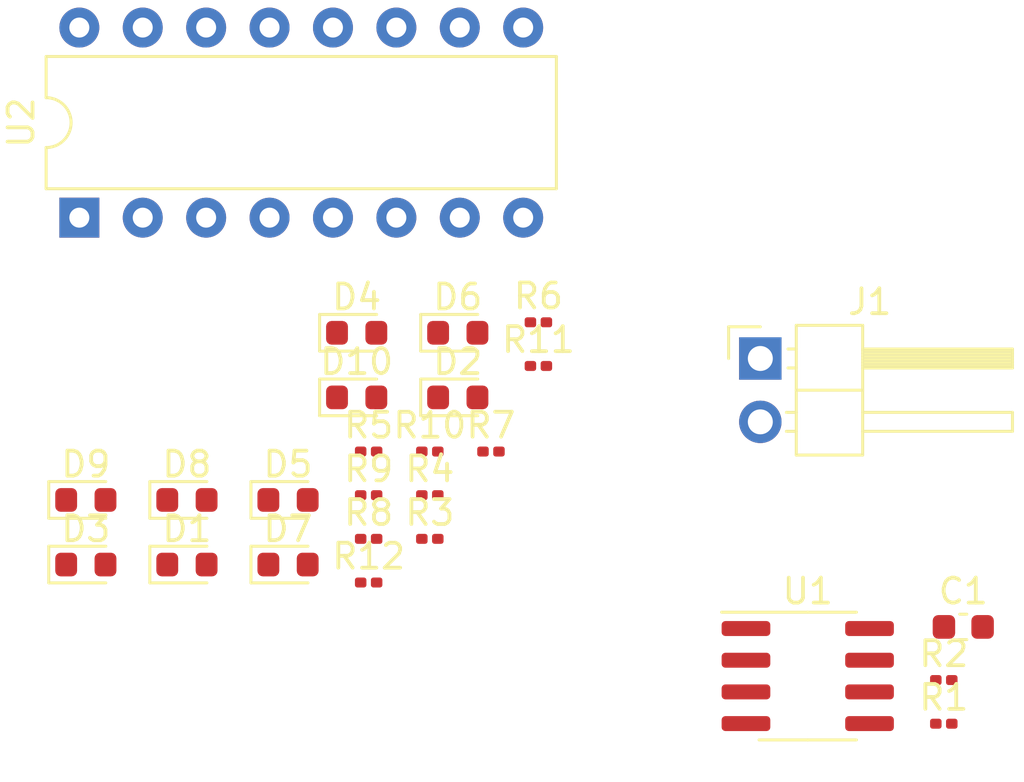
<source format=kicad_pcb>
(kicad_pcb (version 20211014) (generator pcbnew)
  (layers (0 "F.Cu" signal) (31 "B.Cu" signal) (34 "B.Paste" user) (35 "F.Paste" user) (36 "B.SilkS" user "B.Silkscreen") (37 "F.SilkS" user "F.Silkscreen") (38 "B.Mask" user) (39 "F.Mask" user) (44 "Edge.Cuts" user))
  (net 0 "")
  (net 1 "/NE555/CAP")
  (net 2 "GND")
  (net 3 "Net-(D1-Pad2)")
  (net 4 "Net-(D2-Pad2)")
  (net 5 "Net-(D3-Pad2)")
  (net 6 "Net-(D4-Pad2)")
  (net 7 "Net-(D5-Pad2)")
  (net 8 "Net-(D6-Pad2)")
  (net 9 "Net-(D7-Pad2)")
  (net 10 "Net-(D8-Pad2)")
  (net 11 "Net-(D9-Pad2)")
  (net 12 "Net-(D10-Pad2)")
  (net 13 "+5V")
  (net 14 "Net-(R1-Pad2)")
  (net 15 "Net-(R3-Pad1)")
  (net 16 "Net-(R4-Pad1)")
  (net 17 "Net-(R5-Pad1)")
  (net 18 "Net-(R6-Pad1)")
  (net 19 "Net-(R7-Pad1)")
  (net 20 "Net-(R8-Pad1)")
  (net 21 "Net-(R9-Pad1)")
  (net 22 "Net-(R10-Pad1)")
  (net 23 "Net-(R11-Pad1)")
  (net 24 "Net-(R12-Pad1)")
  (net 25 "/4017/CLK")
  (footprint "LED_SMD:LED_0603_1608Metric" (layer "F.Cu") (at 133.705 93.345)
    (fp_text reference "D3" (at 0 -1.43) (layer "F.SilkS"))
    (fp_text value "LED")
    (fp_line (start -1.485 0.735) (end 0.8 0.735) (layer "F.SilkS") (width 0.12))
    (fp_line (start -1.485 -0.735) (end -1.485 0.735) (layer "F.SilkS") (width 0.12))
    (fp_line (start 0.8 -0.735) (end -1.485 -0.735) (layer "F.SilkS") (width 0.12))
    (pad "1" smd roundrect (at -0.7875 0) (size 0.875 0.95) (layers "F.Cu" "F.Paste" "F.Mask") (net 2 "GND"))
    (pad "2" smd roundrect (at 0.7875 0) (size 0.875 0.95) (layers "F.Cu" "F.Paste" "F.Mask") (net 5 "Net-(D3-Pad2)"))
  )
  (footprint "LED_SMD:LED_0603_1608Metric" (layer "F.Cu") (at 141.805 90.755)
    (fp_text reference "D5" (at 0 -1.43) (layer "F.SilkS"))
    (fp_text value "LED")
    (fp_line (start -1.485 0.735) (end 0.8 0.735) (layer "F.SilkS") (width 0.12))
    (fp_line (start 0.8 -0.735) (end -1.485 -0.735) (layer "F.SilkS") (width 0.12))
    (fp_line (start -1.485 -0.735) (end -1.485 0.735) (layer "F.SilkS") (width 0.12))
    (pad "1" smd roundrect (at -0.7875 0) (size 0.875 0.95) (layers "F.Cu" "F.Paste" "F.Mask") (net 2 "GND"))
    (pad "2" smd roundrect (at 0.7875 0) (size 0.875 0.95) (layers "F.Cu" "F.Paste" "F.Mask") (net 7 "Net-(D5-Pad2)"))
  )
  (footprint "Resistor_SMD:R_0201_0603Metric" (layer "F.Cu") (at 147.485 90.565)
    (fp_text reference "R4" (at 0 -1.05) (layer "F.SilkS"))
    (fp_text value "300")
    (pad "1" smd roundrect (at -0.32 0) (size 0.46 0.4) (layers "F.Cu" "F.Mask") (net 16 "Net-(R4-Pad1)"))
    (pad "2" smd roundrect (at 0.32 0) (size 0.46 0.4) (layers "F.Cu" "F.Mask") (net 4 "Net-(D2-Pad2)"))
  )
  (footprint "LED_SMD:LED_0603_1608Metric" (layer "F.Cu") (at 137.755 90.755)
    (fp_text reference "D8" (at 0 -1.43) (layer "F.SilkS"))
    (fp_text value "LED")
    (fp_line (start -1.485 0.735) (end 0.8 0.735) (layer "F.SilkS") (width 0.12))
    (fp_line (start -1.485 -0.735) (end -1.485 0.735) (layer "F.SilkS") (width 0.12))
    (fp_line (start 0.8 -0.735) (end -1.485 -0.735) (layer "F.SilkS") (width 0.12))
    (pad "1" smd roundrect (at -0.7875 0) (size 0.875 0.95) (layers "F.Cu" "F.Paste" "F.Mask") (net 2 "GND"))
    (pad "2" smd roundrect (at 0.7875 0) (size 0.875 0.95) (layers "F.Cu" "F.Paste" "F.Mask") (net 10 "Net-(D8-Pad2)"))
  )
  (footprint "LED_SMD:LED_0603_1608Metric" (layer "F.Cu") (at 148.605 86.645)
    (fp_text reference "D2" (at 0 -1.43) (layer "F.SilkS"))
    (fp_text value "LED")
    (fp_line (start -1.485 -0.735) (end -1.485 0.735) (layer "F.SilkS") (width 0.12))
    (fp_line (start 0.8 -0.735) (end -1.485 -0.735) (layer "F.SilkS") (width 0.12))
    (fp_line (start -1.485 0.735) (end 0.8 0.735) (layer "F.SilkS") (width 0.12))
    (pad "1" smd roundrect (at -0.7875 0) (size 0.875 0.95) (layers "F.Cu" "F.Paste" "F.Mask") (net 2 "GND"))
    (pad "2" smd roundrect (at 0.7875 0) (size 0.875 0.95) (layers "F.Cu" "F.Paste" "F.Mask") (net 4 "Net-(D2-Pad2)"))
  )
  (footprint "Capacitor_SMD:C_0603_1608Metric" (layer "F.Cu") (at 168.855 95.845)
    (fp_text reference "C1" (at 0 -1.43) (layer "F.SilkS"))
    (fp_text value "C")
    (fp_line (start -0.14058 -0.51) (end 0.14058 -0.51) (layer "F.SilkS") (width 0.12))
    (fp_line (start -0.14058 0.51) (end 0.14058 0.51) (layer "F.SilkS") (width 0.12))
    (pad "1" smd roundrect (at -0.775 0) (size 0.9 0.95) (layers "F.Cu" "F.Paste" "F.Mask") (net 1 "/NE555/CAP"))
    (pad "2" smd roundrect (at 0.775 0) (size 0.9 0.95) (layers "F.Cu" "F.Paste" "F.Mask") (net 2 "GND"))
  )
  (footprint "Resistor_SMD:R_0201_0603Metric" (layer "F.Cu") (at 168.075 97.975)
    (fp_text reference "R2" (at 0 -1.05) (layer "F.SilkS"))
    (fp_text value "1k")
    (pad "1" smd roundrect (at -0.32 0) (size 0.46 0.4) (layers "F.Cu" "F.Mask") (net 14 "Net-(R1-Pad2)"))
    (pad "2" smd roundrect (at 0.32 0) (size 0.46 0.4) (layers "F.Cu" "F.Mask") (net 1 "/NE555/CAP"))
  )
  (footprint "LED_SMD:LED_0603_1608Metric" (layer "F.Cu") (at 144.555 86.645)
    (fp_text reference "D10" (at 0 -1.43) (layer "F.SilkS"))
    (fp_text value "LED")
    (fp_line (start -1.485 0.735) (end 0.8 0.735) (layer "F.SilkS") (width 0.12))
    (fp_line (start 0.8 -0.735) (end -1.485 -0.735) (layer "F.SilkS") (width 0.12))
    (fp_line (start -1.485 -0.735) (end -1.485 0.735) (layer "F.SilkS") (width 0.12))
    (pad "1" smd roundrect (at -0.7875 0) (size 0.875 0.95) (layers "F.Cu" "F.Paste" "F.Mask") (net 2 "GND"))
    (pad "2" smd roundrect (at 0.7875 0) (size 0.875 0.95) (layers "F.Cu" "F.Paste" "F.Mask") (net 12 "Net-(D10-Pad2)"))
  )
  (footprint "Resistor_SMD:R_0201_0603Metric" (layer "F.Cu") (at 151.835 85.385)
    (fp_text reference "R11" (at 0 -1.05) (layer "F.SilkS"))
    (fp_text value "300")
    (pad "1" smd roundrect (at -0.32 0) (size 0.46 0.4) (layers "F.Cu" "F.Mask") (net 23 "Net-(R11-Pad1)"))
    (pad "2" smd roundrect (at 0.32 0) (size 0.46 0.4) (layers "F.Cu" "F.Mask") (net 11 "Net-(D9-Pad2)"))
  )
  (footprint "LED_SMD:LED_0603_1608Metric" (layer "F.Cu") (at 137.755 93.345)
    (fp_text reference "D1" (at 0 -1.43) (layer "F.SilkS"))
    (fp_text value "LED")
    (fp_line (start -1.485 -0.735) (end -1.485 0.735) (layer "F.SilkS") (width 0.12))
    (fp_line (start 0.8 -0.735) (end -1.485 -0.735) (layer "F.SilkS") (width 0.12))
    (fp_line (start -1.485 0.735) (end 0.8 0.735) (layer "F.SilkS") (width 0.12))
    (pad "1" smd roundrect (at -0.7875 0) (size 0.875 0.95) (layers "F.Cu" "F.Paste" "F.Mask") (net 2 "GND"))
    (pad "2" smd roundrect (at 0.7875 0) (size 0.875 0.95) (layers "F.Cu" "F.Paste" "F.Mask") (net 3 "Net-(D1-Pad2)"))
  )
  (footprint "Resistor_SMD:R_0201_0603Metric" (layer "F.Cu") (at 145.035 88.815)
    (fp_text reference "R5" (at 0 -1.05) (layer "F.SilkS"))
    (fp_text value "300")
    (pad "1" smd roundrect (at -0.32 0) (size 0.46 0.4) (layers "F.Cu" "F.Mask") (net 17 "Net-(R5-Pad1)"))
    (pad "2" smd roundrect (at 0.32 0) (size 0.46 0.4) (layers "F.Cu" "F.Mask") (net 5 "Net-(D3-Pad2)"))
  )
  (footprint "Resistor_SMD:R_0201_0603Metric" (layer "F.Cu") (at 151.835 83.635)
    (fp_text reference "R6" (at 0 -1.05) (layer "F.SilkS"))
    (fp_text value "300")
    (pad "1" smd roundrect (at -0.32 0) (size 0.46 0.4) (layers "F.Cu" "F.Mask") (net 18 "Net-(R6-Pad1)"))
    (pad "2" smd roundrect (at 0.32 0) (size 0.46 0.4) (layers "F.Cu" "F.Mask") (net 6 "Net-(D4-Pad2)"))
  )
  (footprint "Resistor_SMD:R_0201_0603Metric" (layer "F.Cu") (at 145.035 94.065)
    (fp_text reference "R12" (at 0 -1.05) (layer "F.SilkS"))
    (fp_text value "300")
    (pad "1" smd roundrect (at -0.32 0) (size 0.46 0.4) (layers "F.Cu" "F.Mask") (net 24 "Net-(R12-Pad1)"))
    (pad "2" smd roundrect (at 0.32 0) (size 0.46 0.4) (layers "F.Cu" "F.Mask") (net 12 "Net-(D10-Pad2)"))
  )
  (footprint "Resistor_SMD:R_0201_0603Metric" (layer "F.Cu") (at 145.035 90.565)
    (fp_text reference "R9" (at 0 -1.05) (layer "F.SilkS"))
    (fp_text value "300")
    (pad "1" smd roundrect (at -0.32 0) (size 0.46 0.4) (layers "F.Cu" "F.Mask") (net 21 "Net-(R9-Pad1)"))
    (pad "2" smd roundrect (at 0.32 0) (size 0.46 0.4) (layers "F.Cu" "F.Mask") (net 9 "Net-(D7-Pad2)"))
  )
  (footprint "Connector_PinHeader_2.54mm:PinHeader_1x02_P2.54mm_Horizontal" (layer "F.Cu") (at 160.725 85.085)
    (property "Reference" "J?")
    (property "Value" "Conn_01x02")
    (fp_text reference "J1" (at 4.385 -2.27) (layer "F.SilkS"))
    (fp_text value "Conn_01x02")
    (fp_line (start 1.44 -1.33) (end 1.44 3.87) (layer "F.SilkS") (width 0.12))
    (fp_line (start 4.1 -0.2) (end 10.1 -0.2) (layer "F.SilkS") (width 0.12))
    (fp_line (start 1.44 3.87) (end 4.1 3.87) (layer "F.SilkS") (width 0.12))
    (fp_line (start 1.44 1.27) (end 4.1 1.27) (layer "F.SilkS") (width 0.12))
    (fp_line (start 10.1 -0.38) (end 10.1 0.38) (layer "F.SilkS") (width 0.12))
    (fp_line (start 4.1 0.04) (end 10.1 0.04) (layer "F.SilkS") (width 0.12))
    (fp_line (start 1.11 -0.38) (end 1.44 -0.38) (layer "F.SilkS") (width 0.12))
    (fp_line (start -1.27 -1.27) (end 0 -1.27) (layer "F.SilkS") (width 0.12))
    (fp_line (start 4.1 -0.38) (end 10.1 -0.38) (layer "F.SilkS") (width 0.12))
    (fp_line (start 4.1 0.28) (end 10.1 0.28) (layer "F.SilkS") (width 0.12))
    (fp_line (start 10.1 2.16) (end 10.1 2.92) (layer "F.SilkS") (width 0.12))
    (fp_line (start 4.1 -0.32) (end 10.1 -0.32) (layer "F.SilkS") (width 0.12))
    (fp_line (start 1.042929 2.16) (end 1.44 2.16) (layer "F.SilkS") (width 0.12))
    (fp_line (start 4.1 3.87) (end 4.1 -1.33) (layer "F.SilkS") (width 0.12))
    (fp_line (start 4.1 2.16) (end 10.1 2.16) (layer "F.SilkS") (width 0.12))
    (fp_line (start 10.1 0.38) (end 4.1 0.38) (layer "F.SilkS") (width 0.12))
    (fp_line (start 10.1 2.92) (end 4.1 2.92) (layer "F.SilkS") (width 0.12))
    (fp_line (start 4.1 0.16) (end 10.1 0.16) (layer "F.SilkS") (width 0.12))
    (fp_line (start 1.042929 2.92) (end 1.44 2.92) (layer "F.SilkS") (width 0.12))
    (fp_line (start 4.1 -0.08) (end 10.1 -0.08) (layer "F.SilkS") (width 0.12))
    (fp_line (start -1.27 0) (end -1.27 -1.27) (layer "F.SilkS") (width 0.12))
    (fp_line (start 1.11 0.38) (end 1.44 0.38) (layer "F.SilkS") (width 0.12))
    (fp_line (start 4.1 -1.33) (end 1.44 -1.33) (layer "F.SilkS") (width 0.12))
    (pad "1" thru_hole rect (at 0 0) (size 1.7 1.7) (drill 1) (layers *.Cu *.Mask) (net 2 "GND"))
    (pad "2" thru_hole oval (at 0 2.54) (size 1.7 1.7) (drill 1) (layers *.Cu *.Mask) (net 13 "+5V"))
  )
  (footprint "Resistor_SMD:R_0201_0603Metric" (layer "F.Cu") (at 149.935 88.815)
    (fp_text reference "R7" (at 0 -1.05) (layer "F.SilkS"))
    (fp_text value "300")
    (pad "1" smd roundrect (at -0.32 0) (size 0.46 0.4) (layers "F.Cu" "F.Mask") (net 19 "Net-(R7-Pad1)"))
    (pad "2" smd roundrect (at 0.32 0) (size 0.46 0.4) (layers "F.Cu" "F.Mask") (net 7 "Net-(D5-Pad2)"))
  )
  (footprint "Resistor_SMD:R_0201_0603Metric" (layer "F.Cu") (at 147.485 88.815)
    (fp_text reference "R10" (at 0 -1.05) (layer "F.SilkS"))
    (fp_text value "300")
    (pad "1" smd roundrect (at -0.32 0) (size 0.46 0.4) (layers "F.Cu" "F.Mask") (net 22 "Net-(R10-Pad1)"))
    (pad "2" smd roundrect (at 0.32 0) (size 0.46 0.4) (layers "F.Cu" "F.Mask") (net 10 "Net-(D8-Pad2)"))
  )
  (footprint "Resistor_SMD:R_0201_0603Metric" (layer "F.Cu") (at 145.035 92.315)
    (fp_text reference "R8" (at 0 -1.05) (layer "F.SilkS"))
    (fp_text value "300")
    (pad "1" smd roundrect (at -0.32 0) (size 0.46 0.4) (layers "F.Cu" "F.Mask") (net 20 "Net-(R8-Pad1)"))
    (pad "2" smd roundrect (at 0.32 0) (size 0.46 0.4) (layers "F.Cu" "F.Mask") (net 8 "Net-(D6-Pad2)"))
  )
  (footprint "LED_SMD:LED_0603_1608Metric" (layer "F.Cu") (at 141.805 93.345)
    (fp_text reference "D7" (at 0 -1.43) (layer "F.SilkS"))
    (fp_text value "LED")
    (fp_line (start -1.485 0.735) (end 0.8 0.735) (layer "F.SilkS") (width 0.12))
    (fp_line (start 0.8 -0.735) (end -1.485 -0.735) (layer "F.SilkS") (width 0.12))
    (fp_line (start -1.485 -0.735) (end -1.485 0.735) (layer "F.SilkS") (width 0.12))
    (pad "1" smd roundrect (at -0.7875 0) (size 0.875 0.95) (layers "F.Cu" "F.Paste" "F.Mask") (net 2 "GND"))
    (pad "2" smd roundrect (at 0.7875 0) (size 0.875 0.95) (layers "F.Cu" "F.Paste" "F.Mask") (net 9 "Net-(D7-Pad2)"))
  )
  (footprint "Resistor_SMD:R_0201_0603Metric" (layer "F.Cu") (at 147.485 92.315)
    (fp_text reference "R3" (at 0 -1.05) (layer "F.SilkS"))
    (fp_text value "300")
    (pad "1" smd roundrect (at -0.32 0) (size 0.46 0.4) (layers "F.Cu" "F.Mask") (net 15 "Net-(R3-Pad1)"))
    (pad "2" smd roundrect (at 0.32 0) (size 0.46 0.4) (layers "F.Cu" "F.Mask") (net 3 "Net-(D1-Pad2)"))
  )
  (footprint "LED_SMD:LED_0603_1608Metric" (layer "F.Cu") (at 133.705 90.755)
    (fp_text reference "D9" (at 0 -1.43) (layer "F.SilkS"))
    (fp_text value "LED")
    (fp_line (start -1.485 -0.735) (end -1.485 0.735) (layer "F.SilkS") (width 0.12))
    (fp_line (start 0.8 -0.735) (end -1.485 -0.735) (layer "F.SilkS") (width 0.12))
    (fp_line (start -1.485 0.735) (end 0.8 0.735) (layer "F.SilkS") (width 0.12))
    (pad "1" smd roundrect (at -0.7875 0) (size 0.875 0.95) (layers "F.Cu" "F.Paste" "F.Mask") (net 2 "GND"))
    (pad "2" smd roundrect (at 0.7875 0) (size 0.875 0.95) (layers "F.Cu" "F.Paste" "F.Mask") (net 11 "Net-(D9-Pad2)"))
  )
  (footprint "Package_DIP:DIP-16_W7.62mm" (layer "F.Cu") (at 133.445 79.44 90)
    (fp_text reference "U2" (at 3.81 -2.33 90) (layer "F.SilkS"))
    (fp_text value "4017")
    (fp_line (start 1.16 19.11) (end 6.46 19.11) (layer "F.SilkS") (width 0.12))
    (fp_line (start 6.46 19.11) (end 6.46 -1.33) (layer "F.SilkS") (width 0.12))
    (fp_line (start 6.46 -1.33) (end 4.81 -1.33) (layer "F.SilkS") (width 0.12))
    (fp_line (start 2.81 -1.33) (end 1.16 -1.33) (layer "F.SilkS") (width 0.12))
    (fp_line (start 1.16 -1.33) (end 1.16 19.11) (layer "F.SilkS") (width 0.12))
    (fp_arc (start 4.81 -1.33) (mid 3.81 -0.33) (end 2.81 -1.33) (layer "F.SilkS") (width 0.12))
    (pad "1" thru_hole rect (at 0 0 90) (size 1.6 1.6) (drill 0.8) (layers *.Cu *.Mask) (net 20 "Net-(R8-Pad1)"))
    (pad "2" thru_hole oval (at 0 2.54 90) (size 1.6 1.6) (drill 0.8) (layers *.Cu *.Mask) (net 16 "Net-(R4-Pad1)"))
    (pad "3" thru_hole oval (at 0 5.08 90) (size 1.6 1.6) (drill 0.8) (layers *.Cu *.Mask) (net 15 "Net-(R3-Pad1)"))
    (pad "4" thru_hole oval (at 0 7.62 90) (size 1.6 1.6) (drill 0.8) (layers *.Cu *.Mask) (net 17 "Net-(R5-Pad1)"))
    (pad "5" thru_hole oval (at 0 10.16 90) (size 1.6 1.6) (drill 0.8) (layers *.Cu *.Mask) (net 21 "Net-(R9-Pad1)"))
    (pad "6" thru_hole oval (at 0 12.7 90) (size 1.6 1.6) (drill 0.8) (layers *.Cu *.Mask) (net 22 "Net-(R10-Pad1)"))
    (pad "7" thru_hole oval (at 0 15.24 90) (size 1.6 1.6) (drill 0.8) (layers *.Cu *.Mask) (net 18 "Net-(R6-Pad1)"))
    (pad "8" thru_hole oval (at 0 17.78 90) (size 1.6 1.6) (drill 0.8) (layers *.Cu *.Mask) (net 2 "GND"))
    (pad "9" thru_hole oval (at 7.62 17.78 90) (size 1.6 1.6) (drill 0.8) (layers *.Cu *.Mask) (net 23 "Net-(R11-Pad1)"))
    (pad "10" thru_hole oval (at 7.62 15.24 90) (size 1.6 1.6) (drill 0.8) (layers *.Cu *.Mask) (net 19 "Net-(R7-Pad1)"))
    (pad "11" thru_hole oval (at 7.62 12.7 90) (size 1.6 1.6) (drill 0.8) (layers *.Cu *.Mask) (net 24 "Net-(R12-Pad1)"))
    (pad "12" thru_hole oval (at 7.62 10.16 90) (size 1.6 1.6) (drill 0.8) (layers *.Cu *.Mask))
    (pad "13" thru_hole oval (at 7.62 7.62 90) (size 1.6 1.6) (drill 0.8) (layers *.Cu *.Mask) (net 2 "GND"))
    (pad "14" thru_hole oval (at 7.62 5.08 90) (size 1.6 1.6) (drill 0.8) (layers *.Cu *.Mask) (net 25 "/4017/CLK"))
    (pad "15" thru_hole oval (at 7.62 2.54 90) (size 1.6 1.6) (drill 0.8) (layers *.Cu *.Mask) (net 2 "GND"))
    (pad "16" thru_hole oval (at 7.62 0 90) (size 1.6 1.6) (drill 0.8) (layers *.Cu *.Mask) (net 13 "+5V"))
  )
  (footprint "LED_SMD:LED_0603_1608Metric" (layer "F.Cu") (at 148.605 84.055)
    (fp_text reference "D6" (at 0 -1.43) (layer "F.SilkS"))
    (fp_text value "LED")
    (fp_line (start 0.8 -0.735) (end -1.485 -0.735) (layer "F.SilkS") (width 0.12))
    (fp_line (start -1.485 -0.735) (end -1.485 0.735) (layer "F.SilkS") (width 0.12))
    (fp_line (start -1.485 0.735) (end 0.8 0.735) (layer "F.SilkS") (width 0.12))
    (pad "1" smd roundrect (at -0.7875 0) (size 0.875 0.95) (layers "F.Cu" "F.Paste" "F.Mask") (net 2 "GND"))
    (pad "2" smd roundrect (at 0.7875 0) (size 0.875 0.95) (layers "F.Cu" "F.Paste" "F.Mask") (net 8 "Net-(D6-Pad2)"))
  )
  (footprint "Resistor_SMD:R_0201_0603Metric" (layer "F.Cu") (at 168.075 99.725)
    (fp_text reference "R1" (at 0 -1.05) (layer "F.SilkS"))
    (fp_text value "1k")
    (pad "1" smd roundrect (at -0.32 0) (size 0.46 0.4) (layers "F.Cu" "F.Mask") (net 13 "+5V"))
    (pad "2" smd roundrect (at 0.32 0) (size 0.46 0.4) (layers "F.Cu" "F.Mask") (net 14 "Net-(R1-Pad2)"))
  )
  (footprint "Package_SO:SOIC-8_3.9x4.9mm_P1.27mm" (layer "F.Cu") (at 162.625 97.815)
    (fp_text reference "U1" (at 0 -3.4) (layer "F.SilkS"))
    (fp_text value "NE555D")
    (fp_line (start 0 -2.56) (end -3.45 -2.56) (layer "F.SilkS") (width 0.12))
    (fp_line (start 0 2.56) (end 1.95 2.56) (layer "F.SilkS") (width 0.12))
    (fp_line (start 0 -2.56) (end 1.95 -2.56) (layer "F.SilkS") (width 0.12))
    (fp_line (start 0 2.56) (end -1.95 2.56) (layer "F.SilkS") (width 0.12))
    (pad "1" smd roundrect (at -2.475 -1.905) (size 1.95 0.6) (layers "F.Cu" "F.Paste" "F.Mask") (net 2 "GND"))
    (pad "2" smd roundrect (at -2.475 -0.635) (size 1.95 0.6) (layers "F.Cu" "F.Paste" "F.Mask") (net 1 "/NE555/CAP"))
    (pad "3" smd roundrect (at -2.475 0.635) (size 1.95 0.6) (layers "F.Cu" "F.Paste" "F.Mask") (net 25 "/4017/CLK"))
    (pad "4" smd roundrect (at -2.475 1.905) (size 1.95 0.6) (layers "F.Cu" "F.Paste" "F.Mask") (net 13 "+5V"))
    (pad "5" smd roundrect (at 2.475 1.905) (size 1.95 0.6) (layers "F.Cu" "F.Paste" "F.Mask"))
    (pad "6" smd roundrect (at 2.475 0.635) (size 1.95 0.6) (layers "F.Cu" "F.Paste" "F.Mask") (net 1 "/NE555/CAP"))
    (pad "7" smd roundrect (at 2.475 -0.635) (size 1.95 0.6) (layers "F.Cu" "F.Paste" "F.Mask") (net 14 "Net-(R1-Pad2)"))
    (pad "8" smd roundrect (at 2.475 -1.905) (size 1.95 0.6) (layers "F.Cu" "F.Paste" "F.Mask") (net 13 "+5V"))
  )
  (footprint "LED_SMD:LED_0603_1608Metric" (layer "F.Cu") (at 144.555 84.055)
    (fp_text reference "D4" (at 0 -1.43) (layer "F.SilkS"))
    (fp_text value "LED")
    (fp_line (start 0.8 -0.735) (end -1.485 -0.735) (layer "F.SilkS") (width 0.12))
    (fp_line (start -1.485 0.735) (end 0.8 0.735) (layer "F.SilkS") (width 0.12))
    (fp_line (start -1.485 -0.735) (end -1.485 0.735) (layer "F.SilkS") (width 0.12))
    (pad "1" smd roundrect (at -0.7875 0) (size 0.875 0.95) (layers "F.Cu" "F.Paste" "F.Mask") (net 2 "GND"))
    (pad "2" smd roundrect (at 0.7875 0) (size 0.875 0.95) (layers "F.Cu" "F.Paste" "F.Mask") (net 6 "Net-(D4-Pad2)"))
  )
)
</source>
